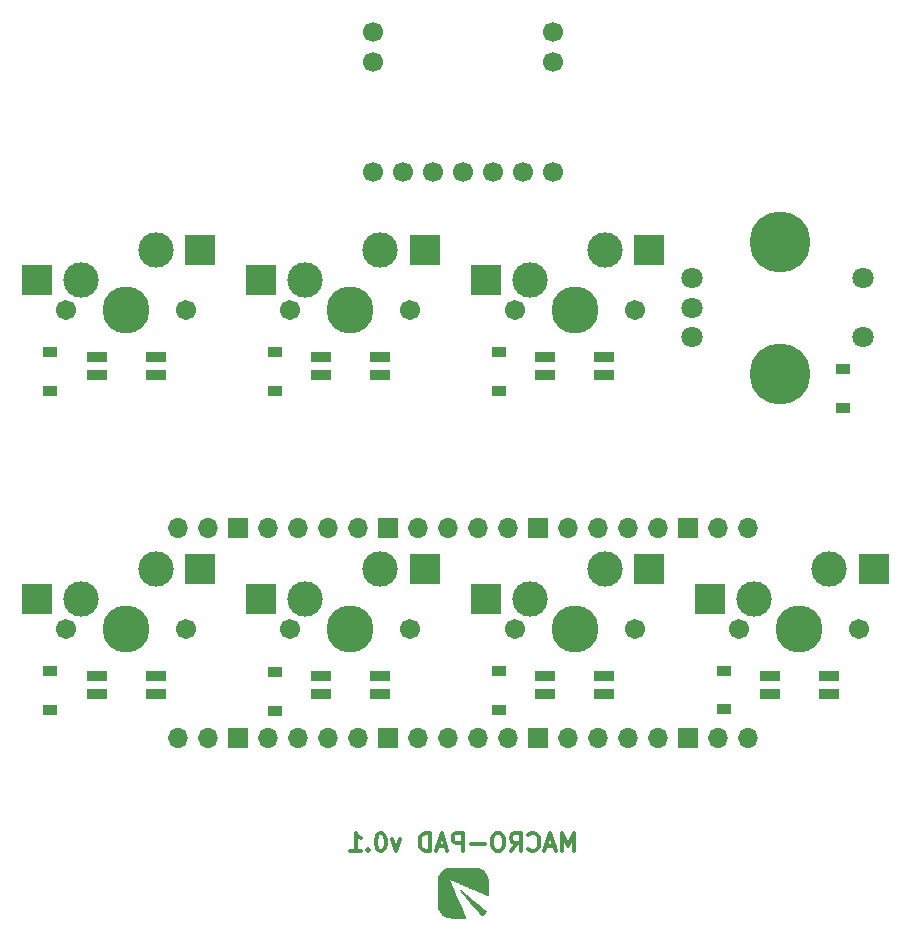
<source format=gbr>
%TF.GenerationSoftware,KiCad,Pcbnew,(5.1.10)-1*%
%TF.CreationDate,2021-12-06T23:58:13+09:00*%
%TF.ProjectId,MACRO-PAD-v0.1,4d414352-4f2d-4504-9144-2d76302e312e,rev?*%
%TF.SameCoordinates,Original*%
%TF.FileFunction,Soldermask,Bot*%
%TF.FilePolarity,Negative*%
%FSLAX46Y46*%
G04 Gerber Fmt 4.6, Leading zero omitted, Abs format (unit mm)*
G04 Created by KiCad (PCBNEW (5.1.10)-1) date 2021-12-06 23:58:13*
%MOMM*%
%LPD*%
G01*
G04 APERTURE LIST*
%ADD10C,0.300000*%
%ADD11C,0.010000*%
%ADD12C,1.700000*%
%ADD13C,5.161000*%
%ADD14C,1.800000*%
%ADD15R,1.800000X0.820000*%
%ADD16R,2.550000X2.500000*%
%ADD17C,1.701800*%
%ADD18C,3.987800*%
%ADD19C,3.000000*%
%ADD20O,1.700000X1.700000*%
%ADD21R,1.700000X1.700000*%
%ADD22R,1.200000X0.900000*%
G04 APERTURE END LIST*
D10*
X96625571Y-141878571D02*
X96625571Y-140378571D01*
X96125571Y-141450000D01*
X95625571Y-140378571D01*
X95625571Y-141878571D01*
X94982714Y-141450000D02*
X94268428Y-141450000D01*
X95125571Y-141878571D02*
X94625571Y-140378571D01*
X94125571Y-141878571D01*
X92768428Y-141735714D02*
X92839857Y-141807142D01*
X93054142Y-141878571D01*
X93197000Y-141878571D01*
X93411285Y-141807142D01*
X93554142Y-141664285D01*
X93625571Y-141521428D01*
X93697000Y-141235714D01*
X93697000Y-141021428D01*
X93625571Y-140735714D01*
X93554142Y-140592857D01*
X93411285Y-140450000D01*
X93197000Y-140378571D01*
X93054142Y-140378571D01*
X92839857Y-140450000D01*
X92768428Y-140521428D01*
X91268428Y-141878571D02*
X91768428Y-141164285D01*
X92125571Y-141878571D02*
X92125571Y-140378571D01*
X91554142Y-140378571D01*
X91411285Y-140450000D01*
X91339857Y-140521428D01*
X91268428Y-140664285D01*
X91268428Y-140878571D01*
X91339857Y-141021428D01*
X91411285Y-141092857D01*
X91554142Y-141164285D01*
X92125571Y-141164285D01*
X90339857Y-140378571D02*
X90054142Y-140378571D01*
X89911285Y-140450000D01*
X89768428Y-140592857D01*
X89697000Y-140878571D01*
X89697000Y-141378571D01*
X89768428Y-141664285D01*
X89911285Y-141807142D01*
X90054142Y-141878571D01*
X90339857Y-141878571D01*
X90482714Y-141807142D01*
X90625571Y-141664285D01*
X90697000Y-141378571D01*
X90697000Y-140878571D01*
X90625571Y-140592857D01*
X90482714Y-140450000D01*
X90339857Y-140378571D01*
X89054142Y-141307142D02*
X87911285Y-141307142D01*
X87197000Y-141878571D02*
X87197000Y-140378571D01*
X86625571Y-140378571D01*
X86482714Y-140450000D01*
X86411285Y-140521428D01*
X86339857Y-140664285D01*
X86339857Y-140878571D01*
X86411285Y-141021428D01*
X86482714Y-141092857D01*
X86625571Y-141164285D01*
X87197000Y-141164285D01*
X85768428Y-141450000D02*
X85054142Y-141450000D01*
X85911285Y-141878571D02*
X85411285Y-140378571D01*
X84911285Y-141878571D01*
X84411285Y-141878571D02*
X84411285Y-140378571D01*
X84054142Y-140378571D01*
X83839857Y-140450000D01*
X83697000Y-140592857D01*
X83625571Y-140735714D01*
X83554142Y-141021428D01*
X83554142Y-141235714D01*
X83625571Y-141521428D01*
X83697000Y-141664285D01*
X83839857Y-141807142D01*
X84054142Y-141878571D01*
X84411285Y-141878571D01*
X81911285Y-140878571D02*
X81554142Y-141878571D01*
X81197000Y-140878571D01*
X80339857Y-140378571D02*
X80197000Y-140378571D01*
X80054142Y-140450000D01*
X79982714Y-140521428D01*
X79911285Y-140664285D01*
X79839857Y-140950000D01*
X79839857Y-141307142D01*
X79911285Y-141592857D01*
X79982714Y-141735714D01*
X80054142Y-141807142D01*
X80197000Y-141878571D01*
X80339857Y-141878571D01*
X80482714Y-141807142D01*
X80554142Y-141735714D01*
X80625571Y-141592857D01*
X80697000Y-141307142D01*
X80697000Y-140950000D01*
X80625571Y-140664285D01*
X80554142Y-140521428D01*
X80482714Y-140450000D01*
X80339857Y-140378571D01*
X79197000Y-141735714D02*
X79125571Y-141807142D01*
X79197000Y-141878571D01*
X79268428Y-141807142D01*
X79197000Y-141735714D01*
X79197000Y-141878571D01*
X77697000Y-141878571D02*
X78554142Y-141878571D01*
X78125571Y-141878571D02*
X78125571Y-140378571D01*
X78268428Y-140592857D01*
X78411285Y-140735714D01*
X78554142Y-140807142D01*
D11*
%TO.C,G\u002A\u002A\u002A*%
G36*
X87134712Y-143281738D02*
G01*
X87008626Y-143281919D01*
X86884395Y-143282258D01*
X86763271Y-143282755D01*
X86646506Y-143283409D01*
X86535354Y-143284221D01*
X86431066Y-143285191D01*
X86334894Y-143286318D01*
X86248093Y-143287601D01*
X86171913Y-143289041D01*
X86107607Y-143290637D01*
X86056429Y-143292389D01*
X86019629Y-143294297D01*
X85998462Y-143296360D01*
X85997996Y-143296439D01*
X85868209Y-143327506D01*
X85743951Y-143373948D01*
X85626475Y-143434758D01*
X85517028Y-143508929D01*
X85416863Y-143595452D01*
X85327230Y-143693320D01*
X85249378Y-143801525D01*
X85184559Y-143919060D01*
X85161746Y-143970423D01*
X85145296Y-144013167D01*
X85127792Y-144063455D01*
X85112281Y-144112400D01*
X85108110Y-144126775D01*
X85084566Y-144210433D01*
X85084566Y-146581100D01*
X85111926Y-146682700D01*
X85134933Y-146754779D01*
X85165957Y-146832607D01*
X85202502Y-146910939D01*
X85242071Y-146984533D01*
X85282168Y-147048144D01*
X85293334Y-147063700D01*
X85332535Y-147112002D01*
X85380724Y-147164503D01*
X85433687Y-147217094D01*
X85487210Y-147265666D01*
X85537079Y-147306111D01*
X85555683Y-147319522D01*
X85645024Y-147374362D01*
X85743266Y-147423135D01*
X85842518Y-147461961D01*
X85850800Y-147464695D01*
X85878906Y-147473753D01*
X85904733Y-147481692D01*
X85929556Y-147488586D01*
X85954651Y-147494509D01*
X85981293Y-147499534D01*
X86010758Y-147503736D01*
X86044321Y-147507187D01*
X86083258Y-147509963D01*
X86128844Y-147512136D01*
X86182354Y-147513780D01*
X86245065Y-147514968D01*
X86318251Y-147515776D01*
X86403188Y-147516276D01*
X86501152Y-147516542D01*
X86613417Y-147516648D01*
X86741260Y-147516667D01*
X86749875Y-147516667D01*
X86854485Y-147516589D01*
X86953973Y-147516362D01*
X87047072Y-147515998D01*
X87132517Y-147515510D01*
X87209041Y-147514910D01*
X87275379Y-147514210D01*
X87330264Y-147513421D01*
X87372431Y-147512557D01*
X87400613Y-147511629D01*
X87413544Y-147510649D01*
X87414250Y-147510317D01*
X87409742Y-147500561D01*
X87398826Y-147475642D01*
X87381685Y-147435995D01*
X87358503Y-147382053D01*
X87329467Y-147314250D01*
X87294760Y-147233020D01*
X87254567Y-147138797D01*
X87209073Y-147032015D01*
X87158462Y-146913108D01*
X87102919Y-146782510D01*
X87042629Y-146640655D01*
X86977777Y-146487977D01*
X86908546Y-146324909D01*
X86835122Y-146151887D01*
X86757690Y-145969343D01*
X86676433Y-145777712D01*
X86591538Y-145577428D01*
X86543259Y-145463500D01*
X86485250Y-145326623D01*
X86428968Y-145193868D01*
X86374773Y-145066083D01*
X86323027Y-144944118D01*
X86274091Y-144828821D01*
X86228324Y-144721043D01*
X86186089Y-144621632D01*
X86147746Y-144531438D01*
X86113657Y-144451309D01*
X86084182Y-144382096D01*
X86059682Y-144324646D01*
X86040518Y-144279810D01*
X86027051Y-144248437D01*
X86019642Y-144231376D01*
X86018313Y-144228462D01*
X86014514Y-144217750D01*
X86017172Y-144216860D01*
X86027391Y-144221624D01*
X86052255Y-144232604D01*
X86090820Y-144249399D01*
X86142145Y-144271606D01*
X86205287Y-144298825D01*
X86279305Y-144330654D01*
X86363255Y-144366689D01*
X86456195Y-144406530D01*
X86557184Y-144449775D01*
X86665278Y-144496022D01*
X86779537Y-144544869D01*
X86899016Y-144595913D01*
X87022775Y-144648755D01*
X87149871Y-144702990D01*
X87279361Y-144758219D01*
X87410304Y-144814038D01*
X87541757Y-144870046D01*
X87672778Y-144925841D01*
X87802424Y-144981021D01*
X87929753Y-145035185D01*
X88053824Y-145087931D01*
X88173693Y-145138856D01*
X88288419Y-145187559D01*
X88397060Y-145233638D01*
X88498672Y-145276691D01*
X88592314Y-145316317D01*
X88677043Y-145352113D01*
X88751917Y-145383677D01*
X88815995Y-145410609D01*
X88835190Y-145418654D01*
X88911460Y-145450595D01*
X88984820Y-145481326D01*
X89053399Y-145510061D01*
X89115327Y-145536017D01*
X89168732Y-145558408D01*
X89211744Y-145576452D01*
X89242492Y-145589364D01*
X89256924Y-145595438D01*
X89314480Y-145619726D01*
X89311711Y-144919313D01*
X89308941Y-144218900D01*
X89285893Y-144134384D01*
X89241754Y-143998767D01*
X89186437Y-143875362D01*
X89119378Y-143763190D01*
X89040011Y-143661266D01*
X88974099Y-143592886D01*
X88867858Y-143502924D01*
X88753701Y-143427410D01*
X88632650Y-143366866D01*
X88505722Y-143321813D01*
X88393255Y-143295960D01*
X88372715Y-143293899D01*
X88336495Y-143292000D01*
X88285848Y-143290263D01*
X88222025Y-143288686D01*
X88146280Y-143287271D01*
X88059865Y-143286016D01*
X87964031Y-143284922D01*
X87860033Y-143283988D01*
X87749122Y-143283215D01*
X87632551Y-143282601D01*
X87511571Y-143282147D01*
X87387437Y-143281852D01*
X87261399Y-143281715D01*
X87134712Y-143281738D01*
G37*
X87134712Y-143281738D02*
X87008626Y-143281919D01*
X86884395Y-143282258D01*
X86763271Y-143282755D01*
X86646506Y-143283409D01*
X86535354Y-143284221D01*
X86431066Y-143285191D01*
X86334894Y-143286318D01*
X86248093Y-143287601D01*
X86171913Y-143289041D01*
X86107607Y-143290637D01*
X86056429Y-143292389D01*
X86019629Y-143294297D01*
X85998462Y-143296360D01*
X85997996Y-143296439D01*
X85868209Y-143327506D01*
X85743951Y-143373948D01*
X85626475Y-143434758D01*
X85517028Y-143508929D01*
X85416863Y-143595452D01*
X85327230Y-143693320D01*
X85249378Y-143801525D01*
X85184559Y-143919060D01*
X85161746Y-143970423D01*
X85145296Y-144013167D01*
X85127792Y-144063455D01*
X85112281Y-144112400D01*
X85108110Y-144126775D01*
X85084566Y-144210433D01*
X85084566Y-146581100D01*
X85111926Y-146682700D01*
X85134933Y-146754779D01*
X85165957Y-146832607D01*
X85202502Y-146910939D01*
X85242071Y-146984533D01*
X85282168Y-147048144D01*
X85293334Y-147063700D01*
X85332535Y-147112002D01*
X85380724Y-147164503D01*
X85433687Y-147217094D01*
X85487210Y-147265666D01*
X85537079Y-147306111D01*
X85555683Y-147319522D01*
X85645024Y-147374362D01*
X85743266Y-147423135D01*
X85842518Y-147461961D01*
X85850800Y-147464695D01*
X85878906Y-147473753D01*
X85904733Y-147481692D01*
X85929556Y-147488586D01*
X85954651Y-147494509D01*
X85981293Y-147499534D01*
X86010758Y-147503736D01*
X86044321Y-147507187D01*
X86083258Y-147509963D01*
X86128844Y-147512136D01*
X86182354Y-147513780D01*
X86245065Y-147514968D01*
X86318251Y-147515776D01*
X86403188Y-147516276D01*
X86501152Y-147516542D01*
X86613417Y-147516648D01*
X86741260Y-147516667D01*
X86749875Y-147516667D01*
X86854485Y-147516589D01*
X86953973Y-147516362D01*
X87047072Y-147515998D01*
X87132517Y-147515510D01*
X87209041Y-147514910D01*
X87275379Y-147514210D01*
X87330264Y-147513421D01*
X87372431Y-147512557D01*
X87400613Y-147511629D01*
X87413544Y-147510649D01*
X87414250Y-147510317D01*
X87409742Y-147500561D01*
X87398826Y-147475642D01*
X87381685Y-147435995D01*
X87358503Y-147382053D01*
X87329467Y-147314250D01*
X87294760Y-147233020D01*
X87254567Y-147138797D01*
X87209073Y-147032015D01*
X87158462Y-146913108D01*
X87102919Y-146782510D01*
X87042629Y-146640655D01*
X86977777Y-146487977D01*
X86908546Y-146324909D01*
X86835122Y-146151887D01*
X86757690Y-145969343D01*
X86676433Y-145777712D01*
X86591538Y-145577428D01*
X86543259Y-145463500D01*
X86485250Y-145326623D01*
X86428968Y-145193868D01*
X86374773Y-145066083D01*
X86323027Y-144944118D01*
X86274091Y-144828821D01*
X86228324Y-144721043D01*
X86186089Y-144621632D01*
X86147746Y-144531438D01*
X86113657Y-144451309D01*
X86084182Y-144382096D01*
X86059682Y-144324646D01*
X86040518Y-144279810D01*
X86027051Y-144248437D01*
X86019642Y-144231376D01*
X86018313Y-144228462D01*
X86014514Y-144217750D01*
X86017172Y-144216860D01*
X86027391Y-144221624D01*
X86052255Y-144232604D01*
X86090820Y-144249399D01*
X86142145Y-144271606D01*
X86205287Y-144298825D01*
X86279305Y-144330654D01*
X86363255Y-144366689D01*
X86456195Y-144406530D01*
X86557184Y-144449775D01*
X86665278Y-144496022D01*
X86779537Y-144544869D01*
X86899016Y-144595913D01*
X87022775Y-144648755D01*
X87149871Y-144702990D01*
X87279361Y-144758219D01*
X87410304Y-144814038D01*
X87541757Y-144870046D01*
X87672778Y-144925841D01*
X87802424Y-144981021D01*
X87929753Y-145035185D01*
X88053824Y-145087931D01*
X88173693Y-145138856D01*
X88288419Y-145187559D01*
X88397060Y-145233638D01*
X88498672Y-145276691D01*
X88592314Y-145316317D01*
X88677043Y-145352113D01*
X88751917Y-145383677D01*
X88815995Y-145410609D01*
X88835190Y-145418654D01*
X88911460Y-145450595D01*
X88984820Y-145481326D01*
X89053399Y-145510061D01*
X89115327Y-145536017D01*
X89168732Y-145558408D01*
X89211744Y-145576452D01*
X89242492Y-145589364D01*
X89256924Y-145595438D01*
X89314480Y-145619726D01*
X89311711Y-144919313D01*
X89308941Y-144218900D01*
X89285893Y-144134384D01*
X89241754Y-143998767D01*
X89186437Y-143875362D01*
X89119378Y-143763190D01*
X89040011Y-143661266D01*
X88974099Y-143592886D01*
X88867858Y-143502924D01*
X88753701Y-143427410D01*
X88632650Y-143366866D01*
X88505722Y-143321813D01*
X88393255Y-143295960D01*
X88372715Y-143293899D01*
X88336495Y-143292000D01*
X88285848Y-143290263D01*
X88222025Y-143288686D01*
X88146280Y-143287271D01*
X88059865Y-143286016D01*
X87964031Y-143284922D01*
X87860033Y-143283988D01*
X87749122Y-143283215D01*
X87632551Y-143282601D01*
X87511571Y-143282147D01*
X87387437Y-143281852D01*
X87261399Y-143281715D01*
X87134712Y-143281738D01*
G36*
X87005890Y-145207134D02*
G01*
X87004027Y-145213618D01*
X87009014Y-145226039D01*
X87021713Y-145245719D01*
X87042986Y-145273979D01*
X87073695Y-145312142D01*
X87114701Y-145361528D01*
X87119002Y-145366659D01*
X87145535Y-145398296D01*
X87181601Y-145441311D01*
X87225860Y-145494100D01*
X87276969Y-145555063D01*
X87333584Y-145622599D01*
X87394363Y-145695105D01*
X87457965Y-145770981D01*
X87523046Y-145848624D01*
X87588264Y-145926434D01*
X87590554Y-145929167D01*
X87675001Y-146029807D01*
X87761104Y-146132207D01*
X87848160Y-146235540D01*
X87935464Y-146338981D01*
X88022312Y-146441704D01*
X88108000Y-146542884D01*
X88191824Y-146641696D01*
X88273079Y-146737312D01*
X88351062Y-146828909D01*
X88425067Y-146915660D01*
X88494392Y-146996739D01*
X88558331Y-147071322D01*
X88616181Y-147138582D01*
X88667237Y-147197694D01*
X88710795Y-147247832D01*
X88746151Y-147288170D01*
X88772601Y-147317883D01*
X88789440Y-147336146D01*
X88795609Y-147342013D01*
X88804570Y-147338881D01*
X88823278Y-147327474D01*
X88848189Y-147310014D01*
X88856467Y-147303834D01*
X88891762Y-147275570D01*
X88930111Y-147242518D01*
X88961214Y-147213730D01*
X88988954Y-147185487D01*
X89019361Y-147152527D01*
X89050372Y-147117333D01*
X89079924Y-147082392D01*
X89105954Y-147050189D01*
X89126400Y-147023209D01*
X89139199Y-147003937D01*
X89142493Y-146995302D01*
X89139952Y-146991986D01*
X89132827Y-146984897D01*
X89120733Y-146973710D01*
X89103285Y-146958100D01*
X89080100Y-146937741D01*
X89050792Y-146912310D01*
X89014979Y-146881480D01*
X88972275Y-146844926D01*
X88922297Y-146802323D01*
X88864660Y-146753347D01*
X88798979Y-146697671D01*
X88724871Y-146634972D01*
X88641952Y-146564923D01*
X88549837Y-146487199D01*
X88448141Y-146401476D01*
X88336482Y-146307428D01*
X88214473Y-146204730D01*
X88081732Y-146093058D01*
X87937873Y-145972084D01*
X87782513Y-145841486D01*
X87615268Y-145700937D01*
X87435753Y-145550113D01*
X87274092Y-145414313D01*
X87218273Y-145367671D01*
X87166230Y-145324650D01*
X87119441Y-145286439D01*
X87079387Y-145254225D01*
X87047544Y-145229195D01*
X87025393Y-145212537D01*
X87014411Y-145205438D01*
X87013742Y-145205267D01*
X87005890Y-145207134D01*
G37*
X87005890Y-145207134D02*
X87004027Y-145213618D01*
X87009014Y-145226039D01*
X87021713Y-145245719D01*
X87042986Y-145273979D01*
X87073695Y-145312142D01*
X87114701Y-145361528D01*
X87119002Y-145366659D01*
X87145535Y-145398296D01*
X87181601Y-145441311D01*
X87225860Y-145494100D01*
X87276969Y-145555063D01*
X87333584Y-145622599D01*
X87394363Y-145695105D01*
X87457965Y-145770981D01*
X87523046Y-145848624D01*
X87588264Y-145926434D01*
X87590554Y-145929167D01*
X87675001Y-146029807D01*
X87761104Y-146132207D01*
X87848160Y-146235540D01*
X87935464Y-146338981D01*
X88022312Y-146441704D01*
X88108000Y-146542884D01*
X88191824Y-146641696D01*
X88273079Y-146737312D01*
X88351062Y-146828909D01*
X88425067Y-146915660D01*
X88494392Y-146996739D01*
X88558331Y-147071322D01*
X88616181Y-147138582D01*
X88667237Y-147197694D01*
X88710795Y-147247832D01*
X88746151Y-147288170D01*
X88772601Y-147317883D01*
X88789440Y-147336146D01*
X88795609Y-147342013D01*
X88804570Y-147338881D01*
X88823278Y-147327474D01*
X88848189Y-147310014D01*
X88856467Y-147303834D01*
X88891762Y-147275570D01*
X88930111Y-147242518D01*
X88961214Y-147213730D01*
X88988954Y-147185487D01*
X89019361Y-147152527D01*
X89050372Y-147117333D01*
X89079924Y-147082392D01*
X89105954Y-147050189D01*
X89126400Y-147023209D01*
X89139199Y-147003937D01*
X89142493Y-146995302D01*
X89139952Y-146991986D01*
X89132827Y-146984897D01*
X89120733Y-146973710D01*
X89103285Y-146958100D01*
X89080100Y-146937741D01*
X89050792Y-146912310D01*
X89014979Y-146881480D01*
X88972275Y-146844926D01*
X88922297Y-146802323D01*
X88864660Y-146753347D01*
X88798979Y-146697671D01*
X88724871Y-146634972D01*
X88641952Y-146564923D01*
X88549837Y-146487199D01*
X88448141Y-146401476D01*
X88336482Y-146307428D01*
X88214473Y-146204730D01*
X88081732Y-146093058D01*
X87937873Y-145972084D01*
X87782513Y-145841486D01*
X87615268Y-145700937D01*
X87435753Y-145550113D01*
X87274092Y-145414313D01*
X87218273Y-145367671D01*
X87166230Y-145324650D01*
X87119441Y-145286439D01*
X87079387Y-145254225D01*
X87047544Y-145229195D01*
X87025393Y-145212537D01*
X87014411Y-145205438D01*
X87013742Y-145205267D01*
X87005890Y-145207134D01*
%TD*%
D12*
%TO.C,U9*%
X79577000Y-72562510D03*
X79577000Y-75102510D03*
X94817000Y-75102510D03*
X94817000Y-72562510D03*
X79577000Y-84423500D03*
X82117000Y-84423500D03*
X84657000Y-84423500D03*
X87197000Y-84423500D03*
X89737000Y-84423500D03*
X92277000Y-84423500D03*
X94817000Y-84423500D03*
%TD*%
D13*
%TO.C,U8*%
X114100000Y-101500000D03*
X114100000Y-90300000D03*
D14*
X106600000Y-95900000D03*
X106600000Y-98400000D03*
X106600000Y-93400000D03*
X121100000Y-98400000D03*
X121100000Y-93400000D03*
%TD*%
D15*
%TO.C,U7*%
X113197000Y-127053000D03*
X113197000Y-128553000D03*
X118197000Y-128553000D03*
X118197000Y-127053000D03*
D16*
X108137000Y-120563000D03*
D17*
X110617000Y-123103000D03*
X120777000Y-123103000D03*
D18*
X115697000Y-123103000D03*
D19*
X111887000Y-120563000D03*
X118237000Y-118023000D03*
D16*
X121987000Y-118023000D03*
%TD*%
D15*
%TO.C,U6*%
X94197000Y-127053000D03*
X94197000Y-128553000D03*
X99197000Y-128553000D03*
X99197000Y-127053000D03*
D16*
X89137000Y-120563000D03*
D17*
X91617000Y-123103000D03*
X101777000Y-123103000D03*
D18*
X96697000Y-123103000D03*
D19*
X92887000Y-120563000D03*
X99237000Y-118023000D03*
D16*
X102987000Y-118023000D03*
%TD*%
D15*
%TO.C,U5*%
X75197000Y-127053000D03*
X75197000Y-128553000D03*
X80197000Y-128553000D03*
X80197000Y-127053000D03*
D16*
X70137000Y-120563000D03*
D17*
X72617000Y-123103000D03*
X82777000Y-123103000D03*
D18*
X77697000Y-123103000D03*
D19*
X73887000Y-120563000D03*
X80237000Y-118023000D03*
D16*
X83987000Y-118023000D03*
%TD*%
D15*
%TO.C,U4*%
X56197000Y-127053000D03*
X56197000Y-128553000D03*
X61197000Y-128553000D03*
X61197000Y-127053000D03*
D16*
X51137000Y-120563000D03*
D17*
X53617000Y-123103000D03*
X63777000Y-123103000D03*
D18*
X58697000Y-123103000D03*
D19*
X54887000Y-120563000D03*
X61237000Y-118023000D03*
D16*
X64987000Y-118023000D03*
%TD*%
D15*
%TO.C,U3*%
X94197000Y-100053000D03*
X94197000Y-101553000D03*
X99197000Y-101553000D03*
X99197000Y-100053000D03*
D16*
X89137000Y-93563000D03*
D17*
X91617000Y-96103000D03*
X101777000Y-96103000D03*
D18*
X96697000Y-96103000D03*
D19*
X92887000Y-93563000D03*
X99237000Y-91023000D03*
D16*
X102987000Y-91023000D03*
%TD*%
D15*
%TO.C,U2*%
X75197000Y-100053000D03*
X75197000Y-101553000D03*
X80197000Y-101553000D03*
X80197000Y-100053000D03*
D16*
X70137000Y-93563000D03*
D17*
X72617000Y-96103000D03*
X82777000Y-96103000D03*
D18*
X77697000Y-96103000D03*
D19*
X73887000Y-93563000D03*
X80237000Y-91023000D03*
D16*
X83987000Y-91023000D03*
%TD*%
D15*
%TO.C,U1*%
X56197000Y-100053000D03*
X56197000Y-101553000D03*
X61197000Y-101553000D03*
X61197000Y-100053000D03*
D16*
X51137000Y-93563000D03*
D17*
X53617000Y-96103000D03*
X63777000Y-96103000D03*
D18*
X58697000Y-96103000D03*
D19*
X54887000Y-93563000D03*
X61237000Y-91023000D03*
D16*
X64987000Y-91023000D03*
%TD*%
D20*
%TO.C,J1*%
X111327000Y-114510000D03*
X108787000Y-114510000D03*
D21*
X106247000Y-114510000D03*
D20*
X103707000Y-114510000D03*
X101167000Y-114510000D03*
X98627000Y-114510000D03*
X96087000Y-114510000D03*
D21*
X93547000Y-114510000D03*
D20*
X91007000Y-114510000D03*
X88467000Y-114510000D03*
X85927000Y-114510000D03*
X83387000Y-114510000D03*
D21*
X80847000Y-114510000D03*
D20*
X78307000Y-114510000D03*
X75767000Y-114510000D03*
X73227000Y-114510000D03*
X70687000Y-114510000D03*
D21*
X68147000Y-114510000D03*
D20*
X65607000Y-114510000D03*
X63067000Y-114510000D03*
X63067000Y-132290000D03*
X65607000Y-132290000D03*
D21*
X68147000Y-132290000D03*
D20*
X70687000Y-132290000D03*
X73227000Y-132290000D03*
X75767000Y-132290000D03*
X78307000Y-132290000D03*
D21*
X80847000Y-132290000D03*
D20*
X83387000Y-132290000D03*
X85927000Y-132290000D03*
X88467000Y-132290000D03*
X91007000Y-132290000D03*
D21*
X93547000Y-132290000D03*
D20*
X96087000Y-132290000D03*
X98627000Y-132290000D03*
X101167000Y-132290000D03*
X103707000Y-132290000D03*
D21*
X106247000Y-132290000D03*
D20*
X108787000Y-132290000D03*
X111327000Y-132290000D03*
%TD*%
D22*
%TO.C,D8*%
X119400000Y-101100000D03*
X119400000Y-104400000D03*
%TD*%
%TO.C,D7*%
X109300000Y-126600000D03*
X109300000Y-129900000D03*
%TD*%
%TO.C,D6*%
X90300000Y-126650000D03*
X90300000Y-129950000D03*
%TD*%
%TO.C,D5*%
X71300000Y-126700000D03*
X71300000Y-130000000D03*
%TD*%
%TO.C,D4*%
X52300000Y-126650000D03*
X52300000Y-129950000D03*
%TD*%
%TO.C,D3*%
X90300000Y-99650000D03*
X90300000Y-102950000D03*
%TD*%
%TO.C,D2*%
X71300000Y-99600000D03*
X71300000Y-102900000D03*
%TD*%
%TO.C,D1*%
X52300000Y-99650000D03*
X52300000Y-102950000D03*
%TD*%
M02*

</source>
